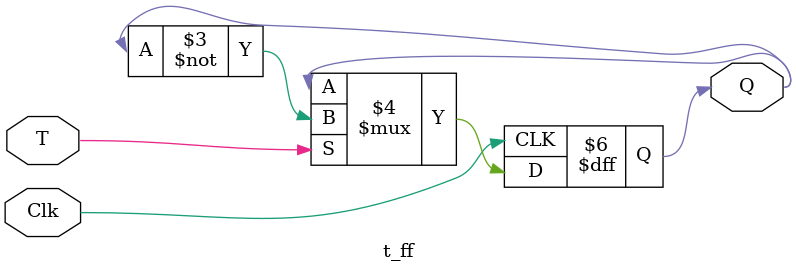
<source format=v>
module t_ff (Clk, T, Q);
    input Clk, T;
    output Q;
    reg Q;

    always @(posedge Clk) begin
        if (T == 1'b1) begin
            Q <= ~Q;
        end
    end
endmodule
</source>
